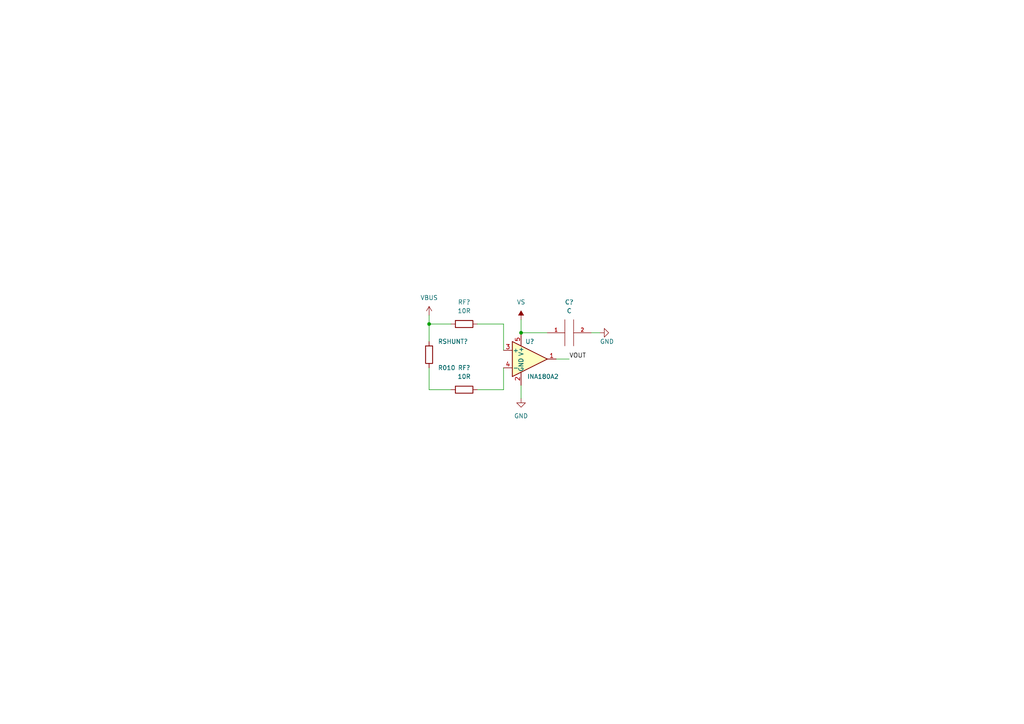
<source format=kicad_sch>
(kicad_sch (version 20211123) (generator eeschema)
  (paper "A4")
  (lib_symbols
    (symbol "Amplifier_Current:INA180A2" (pin_names (offset 0.127))
      (property "Reference" "U" (at 3.81 3.81 0))
      (property "Value" "INA180A2" (at 3.81 -2.54 0))
      (symbol "INA180A2_0_1"
        (polyline (pts (xy 5.08 0) (xy -5.08 5.08) (xy -5.08 -5.08) (xy 5.08 0)) (stroke (width 0.254)) (fill (type background)))
      )
      (symbol "INA180A2_1_1"
        (pin output line (at 7.62 0 180) (length 2.54) (name "~") (number "1"))
        (pin power_in line (at -2.54 -7.62 90) (length 3.81) (name "GND") (number "2"))
        (pin input line (at -7.62 2.54 0) (length 2.54) (name "+") (number "3"))
        (pin input line (at -7.62 -2.54 0) (length 2.54) (name "-") (number "4"))
        (pin power_in line (at -2.54 7.62 270) (length 3.81) (name "V+") (number "5"))
      )
    )
    (symbol "Device:R" (pin_numbers hide) (pin_names (offset 0))
      (property "Reference" "R" (at 2.032 0 90))
      (property "Value" "R" (at 0 0 90))
      (symbol "R_0_1"
        (rectangle (start -1.016 -2.54) (end 1.016 2.54) (stroke (width 0.254)))
      )
      (symbol "R_1_1"
        (pin passive line (at 0 3.81 270) (length 1.27) (name "~") (number "1"))
        (pin passive line (at 0 -3.81 90) (length 1.27) (name "~") (number "2"))
      )
    )
    (symbol "power:GND" (power) (pin_names (offset 0))
      (property "Value" "GND" (at 0 -3.81 0))
      (symbol "GND_0_1"
        (polyline (pts (xy 0 0) (xy 0 -1.27) (xy 1.27 -1.27) (xy 0 -2.54) (xy -1.27 -1.27) (xy 0 -1.27)))
      )
      (symbol "GND_1_1"
        (pin power_in line (at 0 0 270) (length 0) hide (name "GND") (number "1"))
      )
    )
    (symbol "power:VBUS" (power) (pin_names (offset 0))
      (property "Value" "VBUS" (at 0 3.81 0))
      (symbol "VBUS_0_1"
        (polyline (pts (xy -0.762 1.27) (xy 0 2.54)))
        (polyline (pts (xy 0 0) (xy 0 2.54)))
        (polyline (pts (xy 0 2.54) (xy 0.762 1.27)))
      )
      (symbol "VBUS_1_1"
        (pin power_in line (at 0 0 90) (length 0) hide (name "VBUS") (number "1"))
      )
    )
    (symbol "power:VS" (power) (pin_names (offset 0))
      (property "Value" "VS" (at 0 3.81 0))
      (symbol "VS_0_1"
        (polyline (pts (xy 0 0) (xy 0 2.54)))
        (polyline (pts (xy 0.762 1.27) (xy -0.762 1.27) (xy 0 2.54) (xy 0.762 1.27)) (fill (type outline)))
      )
      (symbol "VS_1_1"
        (pin power_in line (at 0 0 90) (length 0) hide (name "VS") (number "1"))
      )
    )
    (symbol "pspice:C" (pin_names (offset 0.254))
      (property "Reference" "C" (at 2.54 3.81 90))
      (property "Value" "C" (at 2.54 -3.81 90))
      (symbol "C_0_1"
        (polyline (pts (xy -3.81 -1.27) (xy 3.81 -1.27)))
        (polyline (pts (xy -3.81 1.27) (xy 3.81 1.27)))
      )
      (symbol "C_1_1"
        (pin passive line (at 0 6.35 270) (length 5.08) (name "~") (number "1"))
        (pin passive line (at 0 -6.35 90) (length 5.08) (name "~") (number "2"))
      )
    )
  )
  (junction (at 124.46 93.98))
  (junction (at 151.13 96.52))
  (wire (pts (xy 124.46 113.03) (xy 130.81 113.03)))
  (wire (pts (xy 171.45 96.52) (xy 173.99 96.52)))
  (wire (pts (xy 151.13 92.71) (xy 151.13 96.52)))
  (wire (pts (xy 151.13 111.76) (xy 151.13 115.57)))
  (wire (pts (xy 146.05 113.03) (xy 146.05 106.68)))
  (wire (pts (xy 124.46 91.44) (xy 124.46 93.98)))
  (wire (pts (xy 161.29 104.14) (xy 165.1 104.14)))
  (wire (pts (xy 124.46 93.98) (xy 124.46 99.06)))
  (wire (pts (xy 146.05 93.98) (xy 146.05 101.6)))
  (wire (pts (xy 130.81 93.98) (xy 124.46 93.98)))
  (wire (pts (xy 124.46 106.68) (xy 124.46 113.03)))
  (wire (pts (xy 138.43 113.03) (xy 146.05 113.03)))
  (wire (pts (xy 151.13 96.52) (xy 158.75 96.52)))
  (wire (pts (xy 138.43 93.98) (xy 146.05 93.98)))
  (label "VOUT" (at 165.1 104.14 0))
  (symbol (lib_id "Device:R") (at 134.62 113.03 270) (unit 1)
    (property "Reference" "RF?" (at 134.62 106.68 90))
    (property "Value" "10R" (at 134.62 109.22 90))
  )
  (symbol (lib_id "power:VS") (at 151.13 92.71 0) (unit 1)
    (property "Reference" "#PWR?" (effects hide))
    (property "Value" "VS" (at 151.13 87.63 0))
  )
  (symbol (lib_id "power:VBUS") (at 124.46 91.44 0) (unit 1)
    (property "Reference" "#PWR?" (effects hide))
    (property "Value" "VBUS" (at 124.46 86.36 0))
  )
  (symbol (lib_id "Device:R") (at 124.46 102.87 0) (unit 1)
    (property "Reference" "RSHUNT?" (at 127 99.06 0) (effects (justify left)))
    (property "Value" "R010" (at 127 106.68 0) (effects (justify left)))
  )
  (symbol (lib_id "pspice:C") (at 165.1 96.52 90) (unit 1)
    (property "Reference" "C?" (at 165.1 87.63 90))
    (property "Value" "C" (at 165.1 90.17 90))
  )
  (symbol (lib_id "power:GND") (at 151.13 115.57 0) (unit 1)
    (property "Reference" "#PWR?" (effects hide))
    (property "Value" "GND" (at 151.13 120.65 0))
  )
  (symbol (lib_id "Amplifier_Current:INA180A2") (at 153.67 104.14 0) (unit 1)
    (property "Reference" "U?" (at 153.67 99.06 0))
    (property "Value" "INA180A2" (at 157.48 109.22 0))
    (property "Footprint" "Package_TO_SOT_SMD:SOT-23-5" (effects hide))
    (property "Datasheet" "http://www.ti.com/lit/ds/symlink/ina180.pdf" (effects hide))
  )
  (symbol (lib_id "Device:R") (at 134.62 93.98 270) (unit 1)
    (property "Reference" "RF?" (at 134.62 87.63 90))
    (property "Value" "10R" (at 134.62 90.17 90))
  )
  (symbol (lib_id "power:GND") (at 173.99 96.52 90) (unit 1)
    (property "Reference" "#PWR?" (effects hide))
    (property "Value" "GND" (at 173.99 99.06 90) (effects (justify right)))
  )
)
</source>
